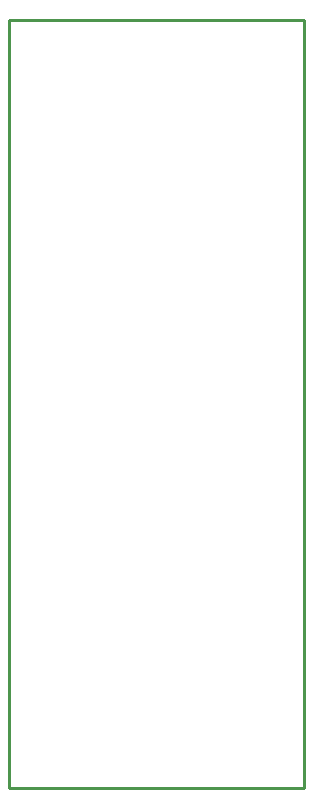
<source format=gko>
G04 Layer_Color=16711935*
%FSLAX24Y24*%
%MOIN*%
G70*
G01*
G75*
%ADD19C,0.0100*%
D19*
X0Y0D02*
X9843D01*
X0D02*
Y25591D01*
X9843D01*
Y0D02*
Y25591D01*
M02*

</source>
